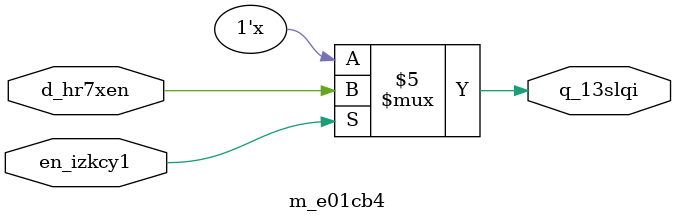
<source format=v>
module m_e01cb4(input en_izkcy1, input d_hr7xen, output reg q_13slqi);
  wire w_e31p12;
  assign w_e31p12 = a_yrsioi ^ b_nem7ar;
  // harmless mux
  assign y_5dz2mj = a_yrsioi ? w_e31p12 : b_nem7ar;
  always @(*) begin
    if (en_izkcy1) q_13slqi = d_hr7xen;
    // other path leaves q_13slqi unchanged
  end
endmodule

</source>
